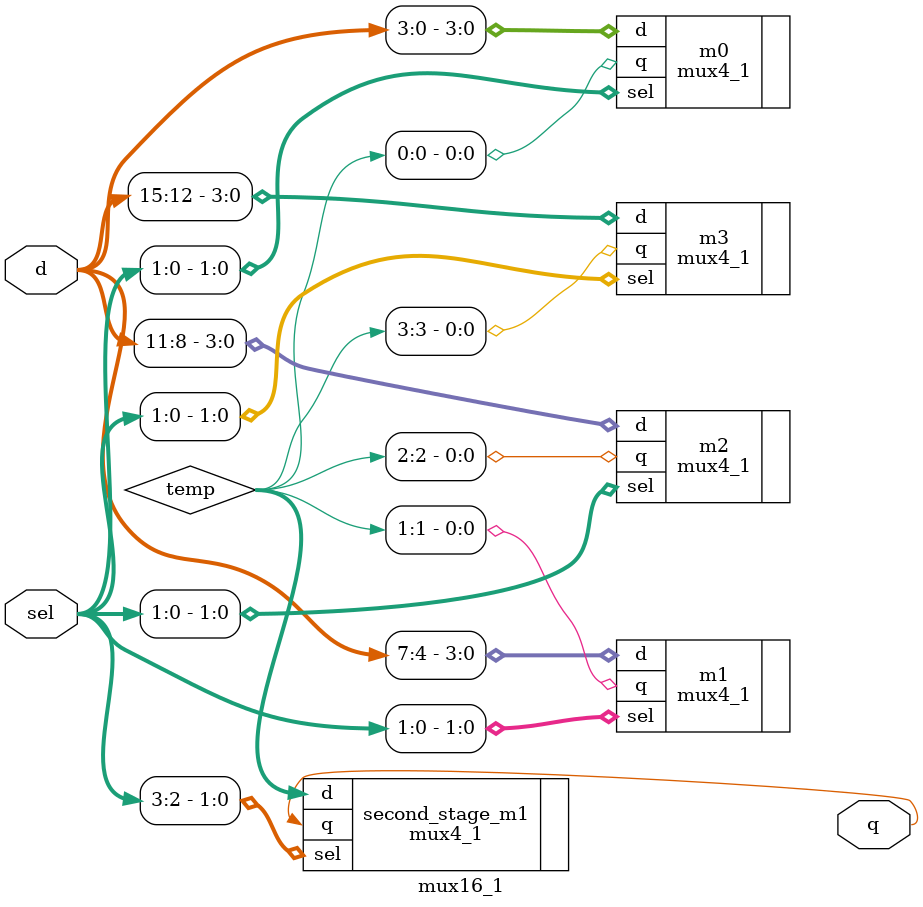
<source format=sv>
module mux16_1 (
    input logic [3:0] sel,
    input logic [15:0] d,
    output logic q
	);
// first stage of four
// generate four 
    // temp for transferring between first and second stage
    logic [3:0] temp;
    // d 0-3
    mux4_1 m0 (.sel(sel[1:0]), .d(d[3:0]), .q(temp[0]));
    // d 4-7
    mux4_1 m1 (.sel(sel[1:0]), .d(d[7:4]), .q(temp[1]));
    // d 8-11
    mux4_1 m2 (.sel(sel[1:0]), .d(d[11:8]), .q(temp[2]));
    // d 12-15
    mux4_1 m3 (.sel(sel[1:0]), .d(d[15:12]), .q(temp[3]));

    mux4_1 second_stage_m1 (.sel(sel[3:2]), .d(temp), .q);

endmodule
</source>
